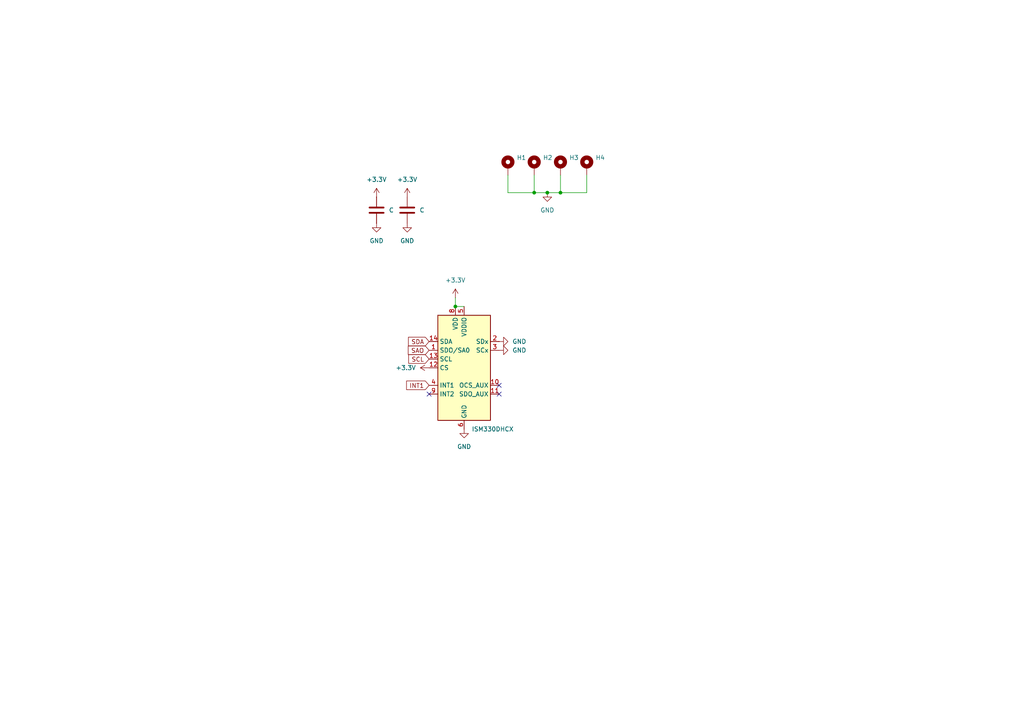
<source format=kicad_sch>
(kicad_sch (version 20231120) (generator "eeschema") (generator_version "8.0")
  (paper "A4")
  (lib_symbols
    (symbol "Device:C" (pin_numbers hide) (pin_names (offset 0.254))
      (property "Reference" "C" (at 0.635 2.54 0))
      (property "Value" "C" (at 0.635 -2.54 0))
      (symbol "C_0_1"
        (polyline (pts (xy -2.032 -0.762) (xy 2.032 -0.762)) (stroke (width 0.508)))
        (polyline (pts (xy -2.032 0.762) (xy 2.032 0.762)) (stroke (width 0.508)))
      )
      (symbol "C_1_1"
        (pin passive line (at 0 3.81 270) (length 2.794) (name "~") (number "1"))
        (pin passive line (at 0 -3.81 90) (length 2.794) (name "~") (number "2"))
      )
    )
    (symbol "Mechanical:MountingHole_Pad" (pin_numbers hide) (pin_names (offset 1.016) hide) (exclude_from_sim yes) (in_bom no)
      (property "Reference" "H" (at 0 6.35 0))
      (property "Value" "MountingHole_Pad" (at 0 4.445 0))
      (symbol "MountingHole_Pad_0_1"
        (circle (center 0 1.27) (radius 1.27) (stroke (width 1.27)))
      )
      (symbol "MountingHole_Pad_1_1"
        (pin input line (at 0 -2.54 90) (length 2.54) (name "1") (number "1"))
      )
    )
    (symbol "Sensor_Motion:ISM330DHCX"
      (property "Reference" "U" (at 5.842 -16.51 0))
      (property "Value" "ISM330DHCX" (at 5.842 -18.542 0))
      (symbol "ISM330DHCX_0_1"
        (rectangle (start -7.62 15.24) (end 7.62 -15.24) (stroke (width 0.254)) (fill (type background)))
      )
      (symbol "ISM330DHCX_1_1"
        (pin output line (at -10.16 5.08 0) (length 2.54) (name "SDO/SA0") (number "1"))
        (pin passive line (at 10.16 -5.08 180) (length 2.54) (name "OCS_AUX") (number "10"))
        (pin passive line (at 10.16 -7.62 180) (length 2.54) (name "SDO_AUX") (number "11"))
        (pin input line (at -10.16 0 0) (length 2.54) (name "CS") (number "12"))
        (pin input line (at -10.16 2.54 0) (length 2.54) (name "SCL") (number "13"))
        (pin bidirectional line (at -10.16 7.62 0) (length 2.54) (name "SDA") (number "14"))
        (pin bidirectional line (at 10.16 7.62 180) (length 2.54) (name "SDx") (number "2"))
        (pin input line (at 10.16 5.08 180) (length 2.54) (name "SCx") (number "3"))
        (pin output line (at -10.16 -5.08 0) (length 2.54) (name "INT1") (number "4"))
        (pin power_in line (at 0 17.78 270) (length 2.54) (name "VDDIO") (number "5"))
        (pin power_in line (at 0 -17.78 90) (length 2.54) (name "GND") (number "6"))
        (pin passive line (at 0 -17.78 90) (length 2.54) hide (name "GND") (number "7"))
        (pin power_in line (at -2.54 17.78 270) (length 2.54) (name "VDD") (number "8"))
        (pin output line (at -10.16 -7.62 0) (length 2.54) (name "INT2") (number "9"))
      )
    )
    (symbol "power:+3.3V" (power) (pin_numbers hide) (pin_names (offset 0) hide)
      (property "Value" "+3.3V" (at 0 3.556 0))
      (symbol "+3.3V_0_1"
        (polyline (pts (xy -0.762 1.27) (xy 0 2.54)))
        (polyline (pts (xy 0 0) (xy 0 2.54)))
        (polyline (pts (xy 0 2.54) (xy 0.762 1.27)))
      )
      (symbol "+3.3V_1_1"
        (pin power_in line (at 0 0 90) (length 0) (name "~") (number "1"))
      )
    )
    (symbol "power:GND" (power) (pin_numbers hide) (pin_names (offset 0) hide)
      (property "Value" "GND" (at 0 -3.81 0))
      (symbol "GND_0_1"
        (polyline (pts (xy 0 0) (xy 0 -1.27) (xy 1.27 -1.27) (xy 0 -2.54) (xy -1.27 -1.27) (xy 0 -1.27)))
      )
      (symbol "GND_1_1"
        (pin power_in line (at 0 0 270) (length 0) (name "~") (number "1"))
      )
    )
  )
  (junction (at 158.75 55.88))
  (junction (at 162.56 55.88))
  (junction (at 154.94 55.88))
  (junction (at 132.08 88.9))
  (no_connect (at 124.46 114.3))
  (no_connect (at 144.78 111.76))
  (no_connect (at 144.78 114.3))
  (wire (pts (xy 154.94 50.8) (xy 154.94 55.88)))
  (wire (pts (xy 154.94 55.88) (xy 147.32 55.88)))
  (wire (pts (xy 132.08 86.36) (xy 132.08 88.9)))
  (wire (pts (xy 162.56 55.88) (xy 158.75 55.88)))
  (wire (pts (xy 170.18 50.8) (xy 170.18 55.88)))
  (wire (pts (xy 158.75 55.88) (xy 154.94 55.88)))
  (wire (pts (xy 162.56 50.8) (xy 162.56 55.88)))
  (wire (pts (xy 132.08 88.9) (xy 134.62 88.9)))
  (wire (pts (xy 170.18 55.88) (xy 162.56 55.88)))
  (wire (pts (xy 147.32 55.88) (xy 147.32 50.8)))
  (global_label "SDA" (shape input) (at 124.46 99.06 180) (property "Intersheetrefs" "${INTERSHEET_REFS}" (effects (hide yes))))
  (global_label "SAO" (shape input) (at 124.46 101.6 180) (property "Intersheetrefs" "${INTERSHEET_REFS}" (effects (hide yes))))
  (global_label "INT1" (shape input) (at 124.46 111.76 180) (property "Intersheetrefs" "${INTERSHEET_REFS}" (effects (hide yes))))
  (global_label "SCL" (shape input) (at 124.46 104.14 180) (property "Intersheetrefs" "${INTERSHEET_REFS}" (effects (hide yes))))
  (symbol (lib_id "Device:C") (at 109.22 60.96 0) (unit 1)
    (property "Reference" "C2" (effects (hide yes)))
    (property "Value" "C" (at 112.776 60.96 0) (effects (justify left)))
    (property "Footprint" "Capacitor_SMD:C_0603_1608Metric" (effects (hide yes)))
    (property "Description" "Unpolarized capacitor" (effects (hide yes)))
  )
  (symbol (lib_id "power:+3.3V") (at 118.11 57.15 0) (unit 1)
    (property "Reference" "#PWR05" (effects (hide yes)))
    (property "Value" "+3.3V" (at 118.11 52.07 0))
    (property "Description" "Power symbol creates a global label with name \"+3.3V\"" (effects (hide yes)))
  )
  (symbol (lib_id "Device:C") (at 118.11 60.96 0) (unit 1)
    (property "Reference" "C1" (effects (hide yes)))
    (property "Value" "C" (at 121.666 60.96 0) (effects (justify left)))
    (property "Footprint" "Capacitor_SMD:C_0603_1608Metric" (effects (hide yes)))
    (property "Description" "Unpolarized capacitor" (effects (hide yes)))
  )
  (symbol (lib_id "Mechanical:MountingHole_Pad") (at 154.94 48.26 0) (unit 1) (exclude_from_sim yes) (in_bom no)
    (property "Reference" "H2" (at 157.48 45.7199 0) (effects (justify left)))
    (property "Value" "MountingHole_Pad" (effects (hide yes)))
    (property "Footprint" "MountingHole:MountingHole_2.2mm_M2" (effects (hide yes)))
    (property "Description" "Mounting Hole with connection" (effects (hide yes)))
  )
  (symbol (lib_id "Mechanical:MountingHole_Pad") (at 170.18 48.26 0) (unit 1) (exclude_from_sim yes) (in_bom no)
    (property "Reference" "H4" (at 172.72 45.7199 0) (effects (justify left)))
    (property "Value" "MountingHole_Pad" (effects (hide yes)))
    (property "Footprint" "MountingHole:MountingHole_2.2mm_M2" (effects (hide yes)))
    (property "Description" "Mounting Hole with connection" (effects (hide yes)))
  )
  (symbol (lib_id "Mechanical:MountingHole_Pad") (at 162.56 48.26 0) (unit 1) (exclude_from_sim yes) (in_bom no)
    (property "Reference" "H3" (at 165.1 45.7199 0) (effects (justify left)))
    (property "Value" "MountingHole_Pad" (effects (hide yes)))
    (property "Footprint" "MountingHole:MountingHole_2.2mm_M2" (effects (hide yes)))
    (property "Description" "Mounting Hole with connection" (effects (hide yes)))
  )
  (symbol (lib_id "power:GND") (at 109.22 64.77 0) (unit 1)
    (property "Reference" "#PWR08" (effects (hide yes)))
    (property "Value" "GND" (at 109.22 69.85 0))
    (property "Description" "Power symbol creates a global label with name \"GND\" , ground" (effects (hide yes)))
  )
  (symbol (lib_id "power:+3.3V") (at 124.46 106.68 90) (unit 1)
    (property "Reference" "#PWR014" (effects (hide yes)))
    (property "Value" "+3.3V" (at 120.65 106.6799 90) (effects (justify left)))
    (property "Description" "Power symbol creates a global label with name \"+3.3V\"" (effects (hide yes)))
  )
  (symbol (lib_id "power:GND") (at 144.78 101.6 90) (unit 1)
    (property "Reference" "#PWR012" (effects (hide yes)))
    (property "Value" "GND" (at 148.59 101.5999 90) (effects (justify right)))
    (property "Description" "Power symbol creates a global label with name \"GND\" , ground" (effects (hide yes)))
  )
  (symbol (lib_id "power:+3.3V") (at 109.22 57.15 0) (unit 1)
    (property "Reference" "#PWR07" (effects (hide yes)))
    (property "Value" "+3.3V" (at 109.22 52.07 0))
    (property "Description" "Power symbol creates a global label with name \"+3.3V\"" (effects (hide yes)))
  )
  (symbol (lib_id "power:GND") (at 118.11 64.77 0) (unit 1)
    (property "Reference" "#PWR06" (effects (hide yes)))
    (property "Value" "GND" (at 118.11 69.85 0))
    (property "Description" "Power symbol creates a global label with name \"GND\" , ground" (effects (hide yes)))
  )
  (symbol (lib_id "power:+3.3V") (at 132.08 86.36 0) (unit 1)
    (property "Reference" "#PWR015" (effects (hide yes)))
    (property "Value" "+3.3V" (at 132.08 81.28 0))
    (property "Description" "Power symbol creates a global label with name \"+3.3V\"" (effects (hide yes)))
  )
  (symbol (lib_id "Mechanical:MountingHole_Pad") (at 147.32 48.26 0) (unit 1) (exclude_from_sim yes) (in_bom no)
    (property "Reference" "H1" (at 149.86 45.7199 0) (effects (justify left)))
    (property "Value" "MountingHole_Pad" (effects (hide yes)))
    (property "Footprint" "MountingHole:MountingHole_2.2mm_M2" (effects (hide yes)))
    (property "Description" "Mounting Hole with connection" (effects (hide yes)))
  )
  (symbol (lib_id "Sensor_Motion:ISM330DHCX") (at 134.62 106.68 0) (unit 1)
    (property "Reference" "U2" (effects (hide yes)))
    (property "Value" "ISM330DHCX" (at 136.8141 124.46 0) (effects (justify left)))
    (property "Footprint" "Package_LGA:LGA-14_3x2.5mm_P0.5mm_LayoutBorder3x4y" (effects (hide yes)))
    (property "Datasheet" "https://www.st.com/resource/en/datasheet/ism330dhcx.pdf" (effects (hide yes)))
    (property "Description" "iNEMO inertial module with embedded Machine Learning Core: always-on 3D accelerometer and 3D gyroscope with digital output for industrial applications, LGA-14" (effects (hide yes)))
  )
  (symbol (lib_id "power:GND") (at 144.78 99.06 90) (unit 1)
    (property "Reference" "#PWR011" (effects (hide yes)))
    (property "Value" "GND" (at 148.59 99.0599 90) (effects (justify right)))
    (property "Description" "Power symbol creates a global label with name \"GND\" , ground" (effects (hide yes)))
  )
  (symbol (lib_id "power:GND") (at 134.62 124.46 0) (unit 1)
    (property "Reference" "#PWR013" (effects (hide yes)))
    (property "Value" "GND" (at 134.62 129.54 0))
    (property "Description" "Power symbol creates a global label with name \"GND\" , ground" (effects (hide yes)))
  )
  (symbol (lib_id "power:GND") (at 158.75 55.88 0) (unit 1)
    (property "Reference" "#PWR09" (effects (hide yes)))
    (property "Value" "GND" (at 158.75 60.96 0))
    (property "Description" "Power symbol creates a global label with name \"GND\" , ground" (effects (hide yes)))
  )
)
</source>
